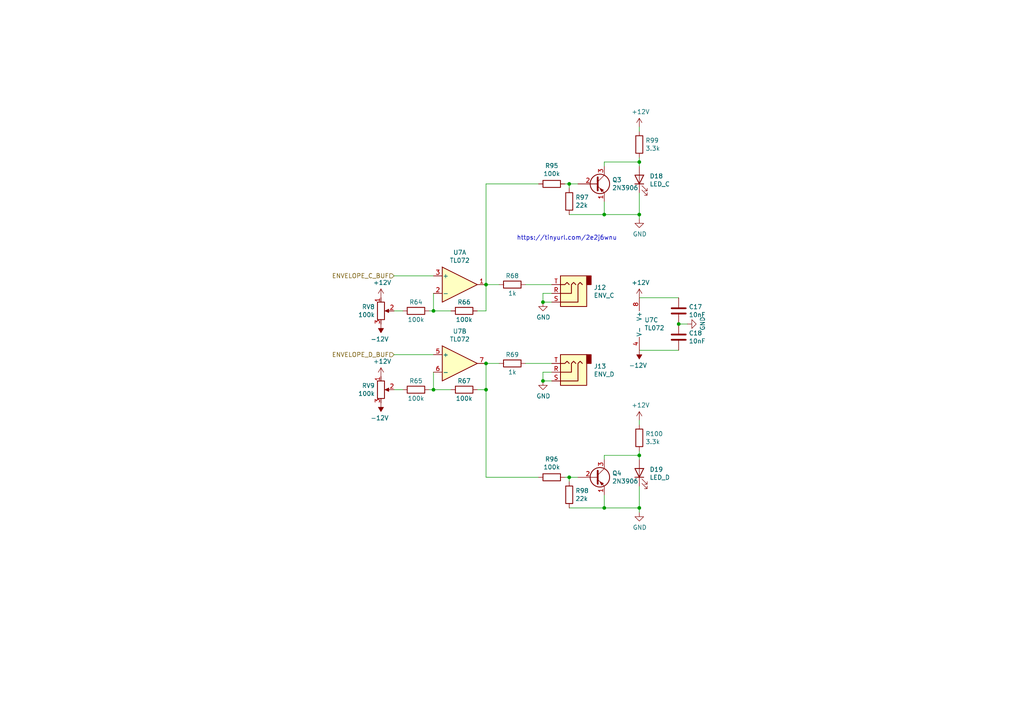
<source format=kicad_sch>
(kicad_sch (version 20211123) (generator eeschema)
  (paper "A4")
  (lib_symbols
    (symbol "Amplifier_Operational:TL072" (pin_names (offset 0.127))
      (property "Reference" "U" (at 0 5.08 0))
      (property "Value" "TL072" (at 0 -5.08 0))
      (symbol "TL072_1_1"
        (polyline (pts (xy -5.08 5.08) (xy 5.08 0) (xy -5.08 -5.08) (xy -5.08 5.08)) (stroke (width 0.254)) (fill (type background)))
        (pin output line (at 7.62 0 180) (length 2.54) (name "~") (number "1"))
        (pin input line (at -7.62 -2.54 0) (length 2.54) (name "-") (number "2"))
        (pin input line (at -7.62 2.54 0) (length 2.54) (name "+") (number "3"))
      )
      (symbol "TL072_2_1"
        (polyline (pts (xy -5.08 5.08) (xy 5.08 0) (xy -5.08 -5.08) (xy -5.08 5.08)) (stroke (width 0.254)) (fill (type background)))
        (pin input line (at -7.62 2.54 0) (length 2.54) (name "+") (number "5"))
        (pin input line (at -7.62 -2.54 0) (length 2.54) (name "-") (number "6"))
        (pin output line (at 7.62 0 180) (length 2.54) (name "~") (number "7"))
      )
      (symbol "TL072_3_1"
        (pin power_in line (at -2.54 -7.62 90) (length 3.81) (name "V-") (number "4"))
        (pin power_in line (at -2.54 7.62 270) (length 3.81) (name "V+") (number "8"))
      )
    )
    (symbol "Connector:AudioJack3"
      (property "Reference" "J" (at 0 8.89 0))
      (property "Value" "AudioJack3" (at 0 6.35 0))
      (symbol "AudioJack3_0_1"
        (rectangle (start -5.08 -5.08) (end -6.35 -2.54) (stroke (width 0.254)) (fill (type outline)))
        (polyline (pts (xy 0 -2.54) (xy 0.635 -3.175) (xy 1.27 -2.54) (xy 2.54 -2.54)) (stroke (width 0.254)))
        (polyline (pts (xy -1.905 -2.54) (xy -1.27 -3.175) (xy -0.635 -2.54) (xy -0.635 0) (xy 2.54 0)) (stroke (width 0.254)))
        (polyline (pts (xy 2.54 2.54) (xy -2.54 2.54) (xy -2.54 -2.54) (xy -3.175 -3.175) (xy -3.81 -2.54)) (stroke (width 0.254)))
        (rectangle (start 2.54 3.81) (end -5.08 -5.08) (stroke (width 0.254)) (fill (type background)))
      )
      (symbol "AudioJack3_1_1"
        (pin passive line (at 5.08 0 180) (length 2.54) (name "~") (number "R"))
        (pin passive line (at 5.08 2.54 180) (length 2.54) (name "~") (number "S"))
        (pin passive line (at 5.08 -2.54 180) (length 2.54) (name "~") (number "T"))
      )
    )
    (symbol "Device:C" (pin_numbers hide) (pin_names (offset 0.254))
      (property "Reference" "C" (at 0.635 2.54 0))
      (property "Value" "C" (at 0.635 -2.54 0))
      (symbol "C_0_1"
        (polyline (pts (xy -2.032 -0.762) (xy 2.032 -0.762)) (stroke (width 0.508)))
        (polyline (pts (xy -2.032 0.762) (xy 2.032 0.762)) (stroke (width 0.508)))
      )
      (symbol "C_1_1"
        (pin passive line (at 0 3.81 270) (length 2.794) (name "~") (number "1"))
        (pin passive line (at 0 -3.81 90) (length 2.794) (name "~") (number "2"))
      )
    )
    (symbol "Device:LED" (pin_numbers hide) (pin_names (offset 1.016) hide)
      (property "Reference" "D" (at 0 2.54 0))
      (property "Value" "LED" (at 0 -2.54 0))
      (symbol "LED_0_1"
        (polyline (pts (xy -1.27 -1.27) (xy -1.27 1.27)) (stroke (width 0.254)))
        (polyline (pts (xy -1.27 0) (xy 1.27 0)))
        (polyline (pts (xy 1.27 -1.27) (xy 1.27 1.27) (xy -1.27 0) (xy 1.27 -1.27)) (stroke (width 0.254)))
        (polyline (pts (xy -3.048 -0.762) (xy -4.572 -2.286) (xy -3.81 -2.286) (xy -4.572 -2.286) (xy -4.572 -1.524)))
        (polyline (pts (xy -1.778 -0.762) (xy -3.302 -2.286) (xy -2.54 -2.286) (xy -3.302 -2.286) (xy -3.302 -1.524)))
      )
      (symbol "LED_1_1"
        (pin passive line (at -3.81 0 0) (length 2.54) (name "K") (number "1"))
        (pin passive line (at 3.81 0 180) (length 2.54) (name "A") (number "2"))
      )
    )
    (symbol "Device:R" (pin_numbers hide) (pin_names (offset 0))
      (property "Reference" "R" (at 2.032 0 90))
      (property "Value" "R" (at 0 0 90))
      (symbol "R_0_1"
        (rectangle (start -1.016 -2.54) (end 1.016 2.54) (stroke (width 0.254)))
      )
      (symbol "R_1_1"
        (pin passive line (at 0 3.81 270) (length 1.27) (name "~") (number "1"))
        (pin passive line (at 0 -3.81 90) (length 1.27) (name "~") (number "2"))
      )
    )
    (symbol "Device:R_Potentiometer" (pin_names (offset 1.016) hide)
      (property "Reference" "RV" (at -4.445 0 90))
      (property "Value" "R_Potentiometer" (at -2.54 0 90))
      (symbol "R_Potentiometer_0_1"
        (polyline (pts (xy 2.54 0) (xy 1.524 0)))
        (polyline (pts (xy 1.143 0) (xy 2.286 0.508) (xy 2.286 -0.508) (xy 1.143 0)) (fill (type outline)))
        (rectangle (start 1.016 2.54) (end -1.016 -2.54) (stroke (width 0.254)))
      )
      (symbol "R_Potentiometer_1_1"
        (pin passive line (at 0 3.81 270) (length 1.27) (name "1") (number "1"))
        (pin passive line (at 3.81 0 180) (length 1.27) (name "2") (number "2"))
        (pin passive line (at 0 -3.81 90) (length 1.27) (name "3") (number "3"))
      )
    )
    (symbol "Transistor_BJT:2N3906" (pin_names (offset 0) hide)
      (property "Reference" "Q" (at 5.08 1.905 0))
      (property "Value" "2N3906" (at 5.08 0 0))
      (symbol "2N3906_0_1"
        (polyline (pts (xy 0.635 0.635) (xy 2.54 2.54)))
        (polyline (pts (xy 0.635 -0.635) (xy 2.54 -2.54) (xy 2.54 -2.54)))
        (polyline (pts (xy 0.635 1.905) (xy 0.635 -1.905) (xy 0.635 -1.905)) (stroke (width 0.508)))
        (polyline (pts (xy 2.286 -1.778) (xy 1.778 -2.286) (xy 1.27 -1.27) (xy 2.286 -1.778) (xy 2.286 -1.778)) (fill (type outline)))
        (circle (center 1.27 0) (radius 2.8194) (stroke (width 0.254)))
      )
      (symbol "2N3906_1_1"
        (pin passive line (at 2.54 -5.08 90) (length 2.54) (name "E") (number "1"))
        (pin input line (at -5.08 0 0) (length 5.715) (name "B") (number "2"))
        (pin passive line (at 2.54 5.08 270) (length 2.54) (name "C") (number "3"))
      )
    )
    (symbol "power:+12V" (power) (pin_names (offset 0))
      (property "Value" "+12V" (at 0 3.556 0))
      (symbol "+12V_0_1"
        (polyline (pts (xy -0.762 1.27) (xy 0 2.54)))
        (polyline (pts (xy 0 0) (xy 0 2.54)))
        (polyline (pts (xy 0 2.54) (xy 0.762 1.27)))
      )
      (symbol "+12V_1_1"
        (pin power_in line (at 0 0 90) (length 0) hide (name "+12V") (number "1"))
      )
    )
    (symbol "power:-12V" (power) (pin_names (offset 0))
      (property "Value" "-12V" (at 0 3.81 0))
      (symbol "-12V_0_0"
        (pin power_in line (at 0 0 90) (length 0) hide (name "-12V") (number "1"))
      )
      (symbol "-12V_0_1"
        (polyline (pts (xy 0 0) (xy 0 1.27) (xy 0.762 1.27) (xy 0 2.54) (xy -0.762 1.27) (xy 0 1.27)) (fill (type outline)))
      )
    )
    (symbol "power:GND" (power) (pin_names (offset 0))
      (property "Value" "GND" (at 0 -3.81 0))
      (symbol "GND_0_1"
        (polyline (pts (xy 0 0) (xy 0 -1.27) (xy 1.27 -1.27) (xy 0 -2.54) (xy -1.27 -1.27) (xy 0 -1.27)))
      )
      (symbol "GND_1_1"
        (pin power_in line (at 0 0 270) (length 0) hide (name "GND") (number "1"))
      )
    )
  )
  (junction (at 185.42 62.23))
  (junction (at 140.97 105.41))
  (junction (at 140.97 82.55))
  (junction (at 165.1 138.43))
  (junction (at 140.97 113.03))
  (junction (at 157.48 87.63))
  (junction (at 165.1 53.34))
  (junction (at 125.73 113.03))
  (junction (at 185.42 46.99))
  (junction (at 175.26 147.32))
  (junction (at 185.42 132.08))
  (junction (at 125.73 90.17))
  (junction (at 196.85 93.98))
  (junction (at 185.42 147.32))
  (junction (at 157.48 110.49))
  (junction (at 175.26 62.23))
  (wire (pts (xy 165.1 147.32) (xy 175.26 147.32)))
  (wire (pts (xy 140.97 138.43) (xy 140.97 113.03)))
  (wire (pts (xy 185.42 132.08) (xy 175.26 132.08)))
  (wire (pts (xy 185.42 45.72) (xy 185.42 46.99)))
  (wire (pts (xy 185.42 101.6) (xy 196.85 101.6)))
  (wire (pts (xy 185.42 62.23) (xy 185.42 63.5)))
  (wire (pts (xy 138.43 90.17) (xy 140.97 90.17)))
  (wire (pts (xy 125.73 102.87) (xy 114.3 102.87)))
  (wire (pts (xy 165.1 62.23) (xy 175.26 62.23)))
  (wire (pts (xy 165.1 139.7) (xy 165.1 138.43)))
  (wire (pts (xy 125.73 113.03) (xy 124.46 113.03)))
  (wire (pts (xy 114.3 113.03) (xy 116.84 113.03)))
  (wire (pts (xy 152.4 105.41) (xy 160.02 105.41)))
  (wire (pts (xy 185.42 46.99) (xy 175.26 46.99)))
  (wire (pts (xy 175.26 58.42) (xy 175.26 62.23)))
  (wire (pts (xy 163.83 138.43) (xy 165.1 138.43)))
  (wire (pts (xy 185.42 132.08) (xy 185.42 133.35)))
  (wire (pts (xy 140.97 82.55) (xy 144.78 82.55)))
  (wire (pts (xy 185.42 121.92) (xy 185.42 123.19)))
  (wire (pts (xy 125.73 80.01) (xy 114.3 80.01)))
  (wire (pts (xy 114.3 90.17) (xy 116.84 90.17)))
  (wire (pts (xy 125.73 90.17) (xy 130.81 90.17)))
  (wire (pts (xy 165.1 54.61) (xy 165.1 53.34)))
  (wire (pts (xy 160.02 87.63) (xy 157.48 87.63)))
  (wire (pts (xy 175.26 46.99) (xy 175.26 48.26)))
  (wire (pts (xy 175.26 147.32) (xy 185.42 147.32)))
  (wire (pts (xy 185.42 36.83) (xy 185.42 38.1)))
  (wire (pts (xy 185.42 46.99) (xy 185.42 48.26)))
  (wire (pts (xy 163.83 53.34) (xy 165.1 53.34)))
  (wire (pts (xy 140.97 90.17) (xy 140.97 82.55)))
  (wire (pts (xy 196.85 93.98) (xy 199.39 93.98)))
  (wire (pts (xy 157.48 107.95) (xy 157.48 110.49)))
  (wire (pts (xy 160.02 82.55) (xy 152.4 82.55)))
  (wire (pts (xy 185.42 140.97) (xy 185.42 147.32)))
  (wire (pts (xy 175.26 143.51) (xy 175.26 147.32)))
  (wire (pts (xy 185.42 55.88) (xy 185.42 62.23)))
  (wire (pts (xy 165.1 53.34) (xy 167.64 53.34)))
  (wire (pts (xy 185.42 147.32) (xy 185.42 148.59)))
  (wire (pts (xy 138.43 113.03) (xy 140.97 113.03)))
  (wire (pts (xy 125.73 90.17) (xy 124.46 90.17)))
  (wire (pts (xy 125.73 85.09) (xy 125.73 90.17)))
  (wire (pts (xy 140.97 113.03) (xy 140.97 105.41)))
  (wire (pts (xy 175.26 62.23) (xy 185.42 62.23)))
  (wire (pts (xy 140.97 53.34) (xy 140.97 82.55)))
  (wire (pts (xy 157.48 87.63) (xy 157.48 85.09)))
  (wire (pts (xy 185.42 86.36) (xy 196.85 86.36)))
  (wire (pts (xy 140.97 105.41) (xy 144.78 105.41)))
  (wire (pts (xy 175.26 132.08) (xy 175.26 133.35)))
  (wire (pts (xy 125.73 107.95) (xy 125.73 113.03)))
  (wire (pts (xy 125.73 113.03) (xy 130.81 113.03)))
  (wire (pts (xy 157.48 85.09) (xy 160.02 85.09)))
  (wire (pts (xy 185.42 130.81) (xy 185.42 132.08)))
  (wire (pts (xy 156.21 138.43) (xy 140.97 138.43)))
  (wire (pts (xy 165.1 138.43) (xy 167.64 138.43)))
  (wire (pts (xy 160.02 107.95) (xy 157.48 107.95)))
  (wire (pts (xy 160.02 110.49) (xy 157.48 110.49)))
  (wire (pts (xy 156.21 53.34) (xy 140.97 53.34)))
  (text "https://tinyurl.com/2e2j6wnu" (at 149.86 69.85 0) (effects (font (size 1.27 1.27)) (justify left bottom)))
  (hierarchical_label "ENVELOPE_D_BUF" (shape input) (at 114.3 102.87 180))
  (hierarchical_label "ENVELOPE_C_BUF" (shape input) (at 114.3 80.01 180))
  (symbol (lib_id "Device:LED") (at 185.42 137.16 90) (unit 1)
    (property "Reference" "D19" (at 188.4172 136.1694 90) (effects (justify right)))
    (property "Value" "LED_D" (at 188.4172 138.4808 90) (effects (justify right)))
    (property "Footprint" "My Stuff:LED_D3.0mm" (effects hide))
  )
  (symbol (lib_id "Device:R") (at 185.42 127 0) (unit 1)
    (property "Reference" "R100" (at 187.198 125.8316 0) (effects (justify left)))
    (property "Value" "3.3k" (at 187.198 128.143 0) (effects (justify left)))
    (property "Footprint" "Resistor_SMD:R_1206_3216Metric_Pad1.30x1.75mm_HandSolder" (effects hide))
  )
  (symbol (lib_id "Device:R") (at 160.02 138.43 270) (unit 1)
    (property "Reference" "R96" (at 160.02 133.1722 90))
    (property "Value" "100k" (at 160.02 135.4836 90))
    (property "Footprint" "Resistor_SMD:R_1206_3216Metric_Pad1.30x1.75mm_HandSolder" (effects hide))
  )
  (symbol (lib_id "Transistor_BJT:2N3906") (at 172.72 138.43 0) (unit 1)
    (property "Reference" "Q4" (at 177.546 137.2616 0) (effects (justify left)))
    (property "Value" "2N3906" (at 177.546 139.573 0) (effects (justify left)))
    (property "Footprint" "Package_TO_SOT_THT:TO-92_Inline" (effects hide))
    (property "Datasheet" "https://www.onsemi.com/pub/Collateral/2N3906-D.PDF" (effects hide))
  )
  (symbol (lib_id "Device:R") (at 165.1 143.51 0) (unit 1)
    (property "Reference" "R98" (at 166.878 142.3416 0) (effects (justify left)))
    (property "Value" "22k" (at 166.878 144.653 0) (effects (justify left)))
    (property "Footprint" "Resistor_SMD:R_1206_3216Metric_Pad1.30x1.75mm_HandSolder" (effects hide))
  )
  (symbol (lib_id "power:+12V") (at 185.42 121.92 0) (unit 1)
    (property "Reference" "#PWR0105" (effects hide))
    (property "Value" "+12V" (at 185.801 117.5258 0))
  )
  (symbol (lib_id "power:GND") (at 185.42 148.59 0) (unit 1)
    (property "Reference" "#PWR0106" (effects hide))
    (property "Value" "GND" (at 185.547 152.9842 0))
  )
  (symbol (lib_id "Device:LED") (at 185.42 52.07 90) (unit 1)
    (property "Reference" "D18" (at 188.4172 51.0794 90) (effects (justify right)))
    (property "Value" "LED_C" (at 188.4172 53.3908 90) (effects (justify right)))
    (property "Footprint" "My Stuff:LED_D3.0mm" (effects hide))
  )
  (symbol (lib_id "Device:R") (at 185.42 41.91 0) (unit 1)
    (property "Reference" "R99" (at 187.198 40.7416 0) (effects (justify left)))
    (property "Value" "3.3k" (at 187.198 43.053 0) (effects (justify left)))
    (property "Footprint" "Resistor_SMD:R_1206_3216Metric_Pad1.30x1.75mm_HandSolder" (effects hide))
  )
  (symbol (lib_id "Device:R") (at 160.02 53.34 270) (unit 1)
    (property "Reference" "R95" (at 160.02 48.0822 90))
    (property "Value" "100k" (at 160.02 50.3936 90))
    (property "Footprint" "Resistor_SMD:R_1206_3216Metric_Pad1.30x1.75mm_HandSolder" (effects hide))
  )
  (symbol (lib_id "Transistor_BJT:2N3906") (at 172.72 53.34 0) (unit 1)
    (property "Reference" "Q3" (at 177.546 52.1716 0) (effects (justify left)))
    (property "Value" "2N3906" (at 177.546 54.483 0) (effects (justify left)))
    (property "Footprint" "Package_TO_SOT_THT:TO-92_Inline" (effects hide))
    (property "Datasheet" "https://www.onsemi.com/pub/Collateral/2N3906-D.PDF" (effects hide))
  )
  (symbol (lib_id "Device:R") (at 165.1 58.42 0) (unit 1)
    (property "Reference" "R97" (at 166.878 57.2516 0) (effects (justify left)))
    (property "Value" "22k" (at 166.878 59.563 0) (effects (justify left)))
    (property "Footprint" "Resistor_SMD:R_1206_3216Metric_Pad1.30x1.75mm_HandSolder" (effects hide))
  )
  (symbol (lib_id "power:+12V") (at 185.42 36.83 0) (unit 1)
    (property "Reference" "#PWR0107" (effects hide))
    (property "Value" "+12V" (at 185.801 32.4358 0))
  )
  (symbol (lib_id "power:GND") (at 185.42 63.5 0) (unit 1)
    (property "Reference" "#PWR0108" (effects hide))
    (property "Value" "GND" (at 185.547 67.8942 0))
  )
  (symbol (lib_id "Connector:AudioJack3") (at 165.1 85.09 180) (unit 1)
    (property "Reference" "J12" (at 172.212 83.3882 0) (effects (justify right)))
    (property "Value" "ENV_C" (at 172.212 85.6996 0) (effects (justify right)))
    (property "Footprint" "My Stuff:Jack_2.5mm_MJ-355W_Vertical" (effects hide))
  )
  (symbol (lib_id "Connector:AudioJack3") (at 165.1 107.95 180) (unit 1)
    (property "Reference" "J13" (at 172.212 106.2482 0) (effects (justify right)))
    (property "Value" "ENV_D" (at 172.212 108.5596 0) (effects (justify right)))
    (property "Footprint" "My Stuff:Jack_2.5mm_MJ-355W_Vertical" (effects hide))
  )
  (symbol (lib_id "Device:R") (at 134.62 90.17 270) (unit 1)
    (property "Reference" "R66" (at 134.62 87.63 90))
    (property "Value" "100k" (at 134.62 92.71 90))
    (property "Footprint" "Resistor_SMD:R_1206_3216Metric_Pad1.30x1.75mm_HandSolder" (effects hide))
  )
  (symbol (lib_id "Device:R") (at 120.65 90.17 270) (unit 1)
    (property "Reference" "R64" (at 120.65 87.63 90))
    (property "Value" "100k" (at 120.65 92.71 90))
    (property "Footprint" "Resistor_SMD:R_1206_3216Metric_Pad1.30x1.75mm_HandSolder" (effects hide))
  )
  (symbol (lib_id "Device:R") (at 148.59 82.55 270) (unit 1)
    (property "Reference" "R68" (at 148.59 80.01 90))
    (property "Value" "1k" (at 148.59 85.09 90))
    (property "Footprint" "Resistor_SMD:R_1206_3216Metric_Pad1.30x1.75mm_HandSolder" (effects hide))
  )
  (symbol (lib_id "Device:R") (at 134.62 113.03 270) (unit 1)
    (property "Reference" "R67" (at 134.62 110.49 90))
    (property "Value" "100k" (at 134.62 115.57 90))
    (property "Footprint" "Resistor_SMD:R_1206_3216Metric_Pad1.30x1.75mm_HandSolder" (effects hide))
  )
  (symbol (lib_id "Device:R") (at 120.65 113.03 270) (unit 1)
    (property "Reference" "R65" (at 120.65 110.49 90))
    (property "Value" "100k" (at 120.65 115.57 90))
    (property "Footprint" "Resistor_SMD:R_1206_3216Metric_Pad1.30x1.75mm_HandSolder" (effects hide))
  )
  (symbol (lib_id "Device:R") (at 148.59 105.41 270) (unit 1)
    (property "Reference" "R69" (at 148.59 102.87 90))
    (property "Value" "1k" (at 148.59 107.95 90))
    (property "Footprint" "Resistor_SMD:R_1206_3216Metric_Pad1.30x1.75mm_HandSolder" (effects hide))
  )
  (symbol (lib_id "power:GND") (at 157.48 87.63 0) (unit 1)
    (property "Reference" "#PWR069" (effects hide))
    (property "Value" "GND" (at 157.607 92.0242 0))
  )
  (symbol (lib_id "power:GND") (at 157.48 110.49 0) (unit 1)
    (property "Reference" "#PWR070" (effects hide))
    (property "Value" "GND" (at 157.607 114.8842 0))
  )
  (symbol (lib_id "Amplifier_Operational:TL072") (at 133.35 82.55 0) (unit 1)
    (property "Reference" "U7" (at 133.35 73.2282 0))
    (property "Value" "TL072" (at 133.35 75.5396 0))
    (property "Footprint" "Package_DIP:DIP-8_W7.62mm" (effects hide))
    (property "Datasheet" "http://www.ti.com/lit/ds/symlink/tl071.pdf" (effects hide))
  )
  (symbol (lib_id "Amplifier_Operational:TL072") (at 133.35 105.41 0) (unit 2)
    (property "Reference" "U7" (at 133.35 96.0882 0))
    (property "Value" "TL072" (at 133.35 98.3996 0))
    (property "Footprint" "Package_DIP:DIP-8_W7.62mm" (effects hide))
    (property "Datasheet" "http://www.ti.com/lit/ds/symlink/tl071.pdf" (effects hide))
  )
  (symbol (lib_id "Amplifier_Operational:TL072") (at 187.96 93.98 0) (unit 3)
    (property "Reference" "U7" (at 186.8932 92.8116 0) (effects (justify left)))
    (property "Value" "TL072" (at 186.8932 95.123 0) (effects (justify left)))
    (property "Footprint" "Package_DIP:DIP-8_W7.62mm" (effects hide))
    (property "Datasheet" "http://www.ti.com/lit/ds/symlink/tl071.pdf" (effects hide))
  )
  (symbol (lib_id "Device:R_Potentiometer") (at 110.49 113.03 0) (unit 1)
    (property "Reference" "RV9" (at 108.7374 111.8616 0) (effects (justify right)))
    (property "Value" "100k" (at 108.7374 114.173 0) (effects (justify right)))
    (property "Footprint" "Potentiometer_THT:Potentiometer_Bourns_3296W_Vertical" (effects hide))
  )
  (symbol (lib_id "power:-12V") (at 110.49 116.84 180) (unit 1)
    (property "Reference" "#PWR068" (effects hide))
    (property "Value" "-12V" (at 110.109 121.2342 0))
  )
  (symbol (lib_id "power:+12V") (at 110.49 109.22 0) (unit 1)
    (property "Reference" "#PWR067" (effects hide))
    (property "Value" "+12V" (at 110.871 104.8258 0))
  )
  (symbol (lib_id "Device:R_Potentiometer") (at 110.49 90.17 0) (unit 1)
    (property "Reference" "RV8" (at 108.7374 89.0016 0) (effects (justify right)))
    (property "Value" "100k" (at 108.7374 91.313 0) (effects (justify right)))
    (property "Footprint" "Potentiometer_THT:Potentiometer_Bourns_3296W_Vertical" (effects hide))
  )
  (symbol (lib_id "power:-12V") (at 110.49 93.98 180) (unit 1)
    (property "Reference" "#PWR066" (effects hide))
    (property "Value" "-12V" (at 110.109 98.3742 0))
  )
  (symbol (lib_id "power:+12V") (at 110.49 86.36 0) (unit 1)
    (property "Reference" "#PWR065" (effects hide))
    (property "Value" "+12V" (at 110.871 81.9658 0))
  )
  (symbol (lib_id "Device:C") (at 196.85 90.17 180) (unit 1)
    (property "Reference" "C17" (at 199.771 89.0016 0) (effects (justify right)))
    (property "Value" "10nF" (at 199.771 91.313 0) (effects (justify right)))
    (property "Footprint" "Capacitor_THT:C_Disc_D5.1mm_W3.2mm_P5.00mm" (effects hide))
  )
  (symbol (lib_id "power:GND") (at 199.39 93.98 90) (unit 1)
    (property "Reference" "#PWR073" (effects hide))
    (property "Value" "GND" (at 203.7842 93.853 0))
  )
  (symbol (lib_id "Device:C") (at 196.85 97.79 180) (unit 1)
    (property "Reference" "C18" (at 199.771 96.6216 0) (effects (justify right)))
    (property "Value" "10nF" (at 199.771 98.933 0) (effects (justify right)))
    (property "Footprint" "Capacitor_THT:C_Disc_D5.1mm_W3.2mm_P5.00mm" (effects hide))
  )
  (symbol (lib_id "power:+12V") (at 185.42 86.36 0) (unit 1)
    (property "Reference" "#PWR071" (effects hide))
    (property "Value" "+12V" (at 185.801 81.9658 0))
  )
  (symbol (lib_id "power:-12V") (at 185.42 101.6 180) (unit 1)
    (property "Reference" "#PWR072" (effects hide))
    (property "Value" "-12V" (at 185.039 105.9942 0))
  )
)
</source>
